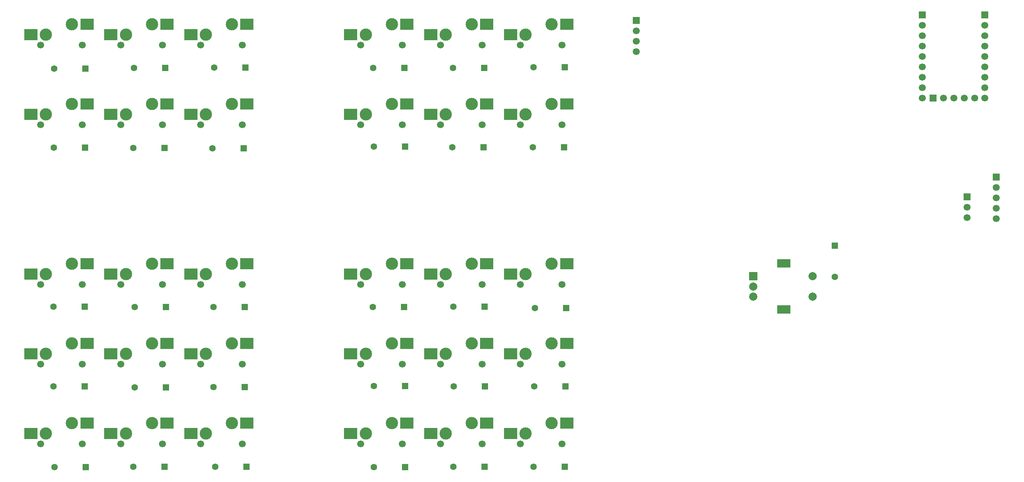
<source format=gbr>
%TF.GenerationSoftware,KiCad,Pcbnew,9.0.7*%
%TF.CreationDate,2026-01-24T03:10:21+09:00*%
%TF.ProjectId,YmmKeyboardMX,596d6d4b-6579-4626-9f61-72644d582e6b,rev?*%
%TF.SameCoordinates,Original*%
%TF.FileFunction,Soldermask,Bot*%
%TF.FilePolarity,Negative*%
%FSLAX46Y46*%
G04 Gerber Fmt 4.6, Leading zero omitted, Abs format (unit mm)*
G04 Created by KiCad (PCBNEW 9.0.7) date 2026-01-24 03:10:21*
%MOMM*%
%LPD*%
G01*
G04 APERTURE LIST*
G04 Aperture macros list*
%AMRoundRect*
0 Rectangle with rounded corners*
0 $1 Rounding radius*
0 $2 $3 $4 $5 $6 $7 $8 $9 X,Y pos of 4 corners*
0 Add a 4 corners polygon primitive as box body*
4,1,4,$2,$3,$4,$5,$6,$7,$8,$9,$2,$3,0*
0 Add four circle primitives for the rounded corners*
1,1,$1+$1,$2,$3*
1,1,$1+$1,$4,$5*
1,1,$1+$1,$6,$7*
1,1,$1+$1,$8,$9*
0 Add four rect primitives between the rounded corners*
20,1,$1+$1,$2,$3,$4,$5,0*
20,1,$1+$1,$4,$5,$6,$7,0*
20,1,$1+$1,$6,$7,$8,$9,0*
20,1,$1+$1,$8,$9,$2,$3,0*%
G04 Aperture macros list end*
%ADD10R,3.200000X2.780000*%
%ADD11C,1.700000*%
%ADD12C,3.000000*%
%ADD13C,2.000000*%
%ADD14R,3.200000X2.000000*%
%ADD15R,2.000000X2.000000*%
%ADD16RoundRect,0.250000X0.550000X0.550000X-0.550000X0.550000X-0.550000X-0.550000X0.550000X-0.550000X0*%
%ADD17C,1.600000*%
%ADD18R,1.700000X1.700000*%
%ADD19RoundRect,0.250000X-0.550000X0.550000X-0.550000X-0.550000X0.550000X-0.550000X0.550000X0.550000X0*%
G04 APERTURE END LIST*
D10*
%TO.C,211*%
X65220000Y-103430000D03*
X51537000Y-105970000D03*
D11*
X64080000Y-108510000D03*
D12*
X61540000Y-103430000D03*
X55190000Y-105970000D03*
D11*
X53920000Y-108510000D03*
%TD*%
D10*
%TO.C,SW00*%
X45720000Y-44930000D03*
X32037000Y-47470000D03*
D11*
X44580000Y-50010000D03*
D12*
X42040000Y-44930000D03*
X35690000Y-47470000D03*
D11*
X34420000Y-50010000D03*
%TD*%
D10*
%TO.C,SW01*%
X65220000Y-44930000D03*
X51537000Y-47470000D03*
D11*
X64080000Y-50010000D03*
D12*
X61540000Y-44930000D03*
X55190000Y-47470000D03*
D11*
X53920000Y-50010000D03*
%TD*%
D10*
%TO.C,SW02*%
X84720000Y-44930000D03*
X71037000Y-47470000D03*
D11*
X83580000Y-50010000D03*
D12*
X81040000Y-44930000D03*
X74690000Y-47470000D03*
D11*
X73420000Y-50010000D03*
%TD*%
D10*
%TO.C,SW03*%
X123720000Y-44930000D03*
X110037000Y-47470000D03*
D11*
X122580000Y-50010000D03*
D12*
X120040000Y-44930000D03*
X113690000Y-47470000D03*
D11*
X112420000Y-50010000D03*
%TD*%
D10*
%TO.C,SW04*%
X143220000Y-44930000D03*
X129537000Y-47470000D03*
D11*
X142080000Y-50010000D03*
D12*
X139540000Y-44930000D03*
X133190000Y-47470000D03*
D11*
X131920000Y-50010000D03*
%TD*%
D10*
%TO.C,SW05*%
X162720000Y-44930000D03*
X149037000Y-47470000D03*
D11*
X161580000Y-50010000D03*
D12*
X159040000Y-44930000D03*
X152690000Y-47470000D03*
D11*
X151420000Y-50010000D03*
%TD*%
D10*
%TO.C,SW10*%
X45720000Y-64430000D03*
X32037000Y-66970000D03*
D11*
X44580000Y-69510000D03*
D12*
X42040000Y-64430000D03*
X35690000Y-66970000D03*
D11*
X34420000Y-69510000D03*
%TD*%
D10*
%TO.C,SW11*%
X65220000Y-64430000D03*
X51537000Y-66970000D03*
D11*
X64080000Y-69510000D03*
D12*
X61540000Y-64430000D03*
X55190000Y-66970000D03*
D11*
X53920000Y-69510000D03*
%TD*%
D10*
%TO.C,SW12*%
X84720000Y-64430000D03*
X71037000Y-66970000D03*
D11*
X83580000Y-69510000D03*
D12*
X81040000Y-64430000D03*
X74690000Y-66970000D03*
D11*
X73420000Y-69510000D03*
%TD*%
D10*
%TO.C,SW13*%
X123720000Y-64430000D03*
X110037000Y-66970000D03*
D11*
X122580000Y-69510000D03*
D12*
X120040000Y-64430000D03*
X113690000Y-66970000D03*
D11*
X112420000Y-69510000D03*
%TD*%
D10*
%TO.C,SW14*%
X143220000Y-64430000D03*
X129537000Y-66970000D03*
D11*
X142080000Y-69510000D03*
D12*
X139540000Y-64430000D03*
X133190000Y-66970000D03*
D11*
X131920000Y-69510000D03*
%TD*%
D10*
%TO.C,SW15*%
X162720000Y-64430000D03*
X149037000Y-66970000D03*
D11*
X161580000Y-69510000D03*
D12*
X159040000Y-64430000D03*
X152690000Y-66970000D03*
D11*
X151420000Y-69510000D03*
%TD*%
D10*
%TO.C,SW20*%
X45720000Y-103430000D03*
X32037000Y-105970000D03*
D11*
X44580000Y-108510000D03*
D12*
X42040000Y-103430000D03*
X35690000Y-105970000D03*
D11*
X34420000Y-108510000D03*
%TD*%
D10*
%TO.C,SW22*%
X84720000Y-103430000D03*
X71037000Y-105970000D03*
D11*
X83580000Y-108510000D03*
D12*
X81040000Y-103430000D03*
X74690000Y-105970000D03*
D11*
X73420000Y-108510000D03*
%TD*%
D10*
%TO.C,SW23*%
X123720000Y-103430000D03*
X110037000Y-105970000D03*
D11*
X122580000Y-108510000D03*
D12*
X120040000Y-103430000D03*
X113690000Y-105970000D03*
D11*
X112420000Y-108510000D03*
%TD*%
D10*
%TO.C,SW24*%
X143220000Y-103430000D03*
X129537000Y-105970000D03*
D11*
X142080000Y-108510000D03*
D12*
X139540000Y-103430000D03*
X133190000Y-105970000D03*
D11*
X131920000Y-108510000D03*
%TD*%
D10*
%TO.C,SW25*%
X162720000Y-103430000D03*
X149037000Y-105970000D03*
D11*
X161580000Y-108510000D03*
D12*
X159040000Y-103430000D03*
X152690000Y-105970000D03*
D11*
X151420000Y-108510000D03*
%TD*%
D10*
%TO.C,SW30*%
X45720000Y-122930000D03*
X32037000Y-125470000D03*
D11*
X44580000Y-128010000D03*
D12*
X42040000Y-122930000D03*
X35690000Y-125470000D03*
D11*
X34420000Y-128010000D03*
%TD*%
D10*
%TO.C,SW31*%
X65220000Y-122930000D03*
X51537000Y-125470000D03*
D11*
X64080000Y-128010000D03*
D12*
X61540000Y-122930000D03*
X55190000Y-125470000D03*
D11*
X53920000Y-128010000D03*
%TD*%
D10*
%TO.C,SW32*%
X84720000Y-122930000D03*
X71037000Y-125470000D03*
D11*
X83580000Y-128010000D03*
D12*
X81040000Y-122930000D03*
X74690000Y-125470000D03*
D11*
X73420000Y-128010000D03*
%TD*%
D10*
%TO.C,SW33*%
X123720000Y-122930000D03*
X110037000Y-125470000D03*
D11*
X122580000Y-128010000D03*
D12*
X120040000Y-122930000D03*
X113690000Y-125470000D03*
D11*
X112420000Y-128010000D03*
%TD*%
D10*
%TO.C,SW34*%
X143220000Y-122930000D03*
X129537000Y-125470000D03*
D11*
X142080000Y-128010000D03*
D12*
X139540000Y-122930000D03*
X133190000Y-125470000D03*
D11*
X131920000Y-128010000D03*
%TD*%
D10*
%TO.C,SW35*%
X162720000Y-122930000D03*
X149037000Y-125470000D03*
D11*
X161580000Y-128010000D03*
D12*
X159040000Y-122930000D03*
X152690000Y-125470000D03*
D11*
X151420000Y-128010000D03*
%TD*%
D10*
%TO.C,SW40*%
X45720000Y-142430000D03*
X32037000Y-144970000D03*
D11*
X44580000Y-147510000D03*
D12*
X42040000Y-142430000D03*
X35690000Y-144970000D03*
D11*
X34420000Y-147510000D03*
%TD*%
D10*
%TO.C,SW41*%
X65220000Y-142430000D03*
X51537000Y-144970000D03*
D11*
X64080000Y-147510000D03*
D12*
X61540000Y-142430000D03*
X55190000Y-144970000D03*
D11*
X53920000Y-147510000D03*
%TD*%
D10*
%TO.C,SW42*%
X84720000Y-142430000D03*
X71037000Y-144970000D03*
D11*
X83580000Y-147510000D03*
D12*
X81040000Y-142430000D03*
X74690000Y-144970000D03*
D11*
X73420000Y-147510000D03*
%TD*%
D10*
%TO.C,SW43*%
X123720000Y-142430000D03*
X110037000Y-144970000D03*
D11*
X122580000Y-147510000D03*
D12*
X120040000Y-142430000D03*
X113690000Y-144970000D03*
D11*
X112420000Y-147510000D03*
%TD*%
D10*
%TO.C,SW44*%
X143220000Y-142430000D03*
X129537000Y-144970000D03*
D11*
X142080000Y-147510000D03*
D12*
X139540000Y-142430000D03*
X133190000Y-144970000D03*
D11*
X131920000Y-147510000D03*
%TD*%
D10*
%TO.C,SW45*%
X162720000Y-142430000D03*
X149037000Y-144970000D03*
D11*
X161580000Y-147510000D03*
D12*
X159040000Y-142430000D03*
X152690000Y-144970000D03*
D11*
X151420000Y-147510000D03*
%TD*%
D13*
%TO.C,SW56*%
X222700000Y-106504000D03*
X222700000Y-111504000D03*
D14*
X215700000Y-114604000D03*
X215700000Y-103404000D03*
D13*
X208200000Y-109004000D03*
X208200000Y-111504000D03*
D15*
X208200000Y-106504000D03*
%TD*%
D16*
%TO.C,D3*%
X64760000Y-55600000D03*
D17*
X57140000Y-55600000D03*
%TD*%
%TO.C,D13*%
X154440000Y-75020000D03*
D16*
X162060000Y-75020000D03*
%TD*%
D17*
%TO.C,D27*%
X57030000Y-153080000D03*
D16*
X64650000Y-153080000D03*
%TD*%
D17*
%TO.C,D8*%
X37640000Y-75100000D03*
D16*
X45260000Y-75100000D03*
%TD*%
D17*
%TO.C,D17*%
X115430000Y-114070000D03*
D16*
X123050000Y-114070000D03*
%TD*%
D17*
%TO.C,D2*%
X37710000Y-55820000D03*
D16*
X45330000Y-55820000D03*
%TD*%
D17*
%TO.C,D18*%
X135050000Y-113960000D03*
D16*
X142670000Y-113960000D03*
%TD*%
D17*
%TO.C,D19*%
X155000000Y-114300000D03*
D16*
X162620000Y-114300000D03*
%TD*%
D17*
%TO.C,D24*%
X135160000Y-133460000D03*
D16*
X142780000Y-133460000D03*
%TD*%
D17*
%TO.C,D16*%
X76540000Y-114070000D03*
D16*
X84160000Y-114070000D03*
%TD*%
D17*
%TO.C,D7*%
X154660000Y-55450000D03*
D16*
X162280000Y-55450000D03*
%TD*%
D17*
%TO.C,D31*%
X154660000Y-153080000D03*
D16*
X162280000Y-153080000D03*
%TD*%
D17*
%TO.C,D30*%
X135050000Y-153080000D03*
D16*
X142670000Y-153080000D03*
%TD*%
D17*
%TO.C,D21*%
X57370000Y-133690000D03*
D16*
X64990000Y-133690000D03*
%TD*%
D17*
%TO.C,D25*%
X154780000Y-133460000D03*
D16*
X162400000Y-133460000D03*
%TD*%
D17*
%TO.C,D29*%
X115660000Y-153190000D03*
D16*
X123280000Y-153190000D03*
%TD*%
D17*
%TO.C,D26*%
X37750000Y-153190000D03*
D16*
X45370000Y-153190000D03*
%TD*%
D17*
%TO.C,D20*%
X37530000Y-133460000D03*
D16*
X45150000Y-133460000D03*
%TD*%
D17*
%TO.C,D5*%
X115500000Y-55600000D03*
D16*
X123120000Y-55600000D03*
%TD*%
D17*
%TO.C,D14*%
X37530000Y-113960000D03*
D16*
X45150000Y-113960000D03*
%TD*%
D17*
%TO.C,D12*%
X134780000Y-75020000D03*
D16*
X142400000Y-75020000D03*
%TD*%
D17*
%TO.C,D11*%
X115650000Y-74800000D03*
D16*
X123270000Y-74800000D03*
%TD*%
D17*
%TO.C,D15*%
X57370000Y-114070000D03*
D16*
X64990000Y-114070000D03*
%TD*%
D17*
%TO.C,D9*%
X56990000Y-75170000D03*
D16*
X64610000Y-75170000D03*
%TD*%
D17*
%TO.C,D6*%
X135010000Y-55600000D03*
D16*
X142630000Y-55600000D03*
%TD*%
D17*
%TO.C,D28*%
X76990000Y-153080000D03*
D16*
X84610000Y-153080000D03*
%TD*%
D17*
%TO.C,D23*%
X115660000Y-133350000D03*
D16*
X123280000Y-133350000D03*
%TD*%
D17*
%TO.C,D22*%
X76540000Y-133580000D03*
D16*
X84160000Y-133580000D03*
%TD*%
D17*
%TO.C,D10*%
X76270000Y-75250000D03*
D16*
X83890000Y-75250000D03*
%TD*%
D11*
%TO.C,J5*%
X260335000Y-92165000D03*
X260335000Y-89625000D03*
D18*
X260335000Y-87085000D03*
%TD*%
%TO.C,J4*%
X179700000Y-43980000D03*
D11*
X179700000Y-46520000D03*
X179700000Y-49060000D03*
X179700000Y-51600000D03*
%TD*%
D18*
%TO.C,J6*%
X267500000Y-82260000D03*
D11*
X267500000Y-84800000D03*
X267500000Y-87340000D03*
X267500000Y-89880000D03*
X267500000Y-92420000D03*
%TD*%
D16*
%TO.C,D4*%
X84340000Y-55520000D03*
D17*
X76720000Y-55520000D03*
%TD*%
%TO.C,D32*%
X228120000Y-106650000D03*
D19*
X228120000Y-99030000D03*
%TD*%
D18*
%TO.C,U1*%
X249450000Y-42650000D03*
D11*
X249450000Y-45190000D03*
X249450000Y-47730000D03*
X249450000Y-50270000D03*
X249450000Y-52810000D03*
X249450000Y-55350000D03*
X249450000Y-57890000D03*
X249450000Y-60430000D03*
X249450000Y-62970000D03*
D18*
X252040000Y-62970000D03*
D11*
X254580000Y-62970000D03*
X257120000Y-62970000D03*
X259660000Y-62970000D03*
X262200000Y-62970000D03*
X264690000Y-62970000D03*
X264690000Y-60430000D03*
X264690000Y-57890000D03*
X264690000Y-55350000D03*
X264690000Y-52810000D03*
X264690000Y-50270000D03*
X264690000Y-47730000D03*
X264690000Y-45190000D03*
D18*
X264690000Y-42650000D03*
%TD*%
M02*

</source>
